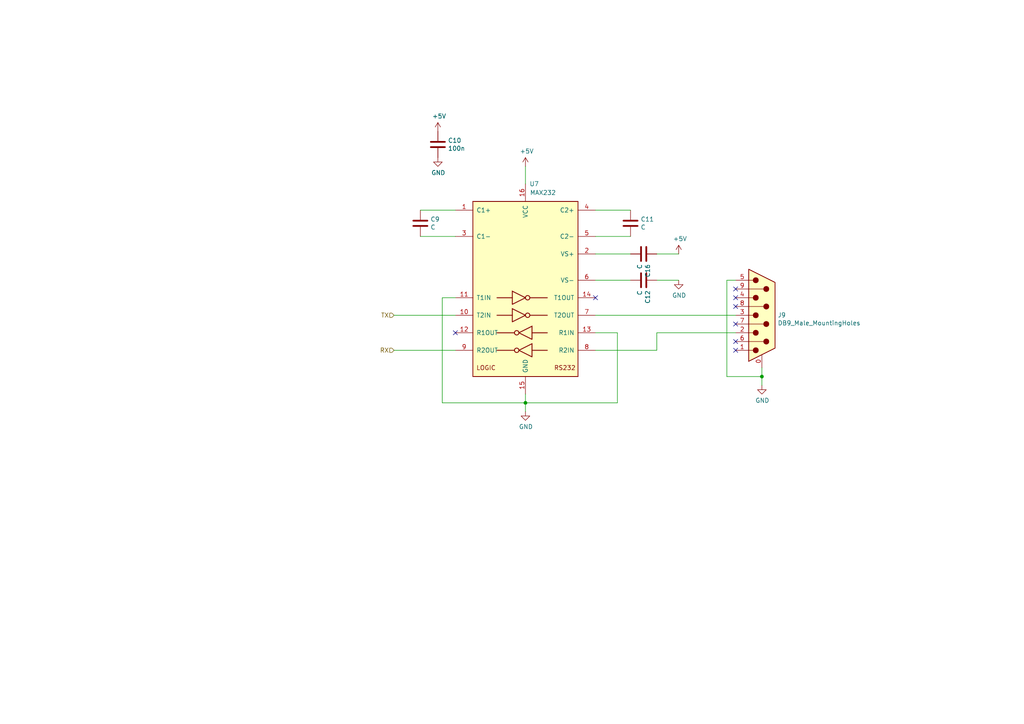
<source format=kicad_sch>
(kicad_sch (version 20211123) (generator eeschema)
  (paper "A4")
  (lib_symbols
    (symbol "Connector:DB9_Male_MountingHoles" (pin_names (offset 1.016) hide)
      (property "Reference" "J" (at 0 16.51 0))
      (property "Value" "DB9_Male_MountingHoles" (at 0 14.605 0))
      (symbol "DB9_Male_MountingHoles_0_1"
        (circle (center -1.778 -10.16) (radius 0.762) (fill (type outline)))
        (circle (center -1.778 -5.08) (radius 0.762) (fill (type outline)))
        (circle (center -1.778 0) (radius 0.762) (fill (type outline)))
        (circle (center -1.778 5.08) (radius 0.762) (fill (type outline)))
        (circle (center -1.778 10.16) (radius 0.762) (fill (type outline)))
        (polyline (pts (xy -3.81 -10.16) (xy -2.54 -10.16)))
        (polyline (pts (xy -3.81 -7.62) (xy 0.508 -7.62)))
        (polyline (pts (xy -3.81 -5.08) (xy -2.54 -5.08)))
        (polyline (pts (xy -3.81 -2.54) (xy 0.508 -2.54)))
        (polyline (pts (xy -3.81 0) (xy -2.54 0)))
        (polyline (pts (xy -3.81 2.54) (xy 0.508 2.54)))
        (polyline (pts (xy -3.81 5.08) (xy -2.54 5.08)))
        (polyline (pts (xy -3.81 7.62) (xy 0.508 7.62)))
        (polyline (pts (xy -3.81 10.16) (xy -2.54 10.16)))
        (polyline (pts (xy -3.81 -13.335) (xy -3.81 13.335) (xy 3.81 9.525) (xy 3.81 -9.525) (xy -3.81 -13.335)) (stroke (width 0.254)) (fill (type background)))
        (circle (center 1.27 -7.62) (radius 0.762) (fill (type outline)))
        (circle (center 1.27 -2.54) (radius 0.762) (fill (type outline)))
        (circle (center 1.27 2.54) (radius 0.762) (fill (type outline)))
        (circle (center 1.27 7.62) (radius 0.762) (fill (type outline)))
      )
      (symbol "DB9_Male_MountingHoles_1_1"
        (pin passive line (at 0 -15.24 90) (length 3.81) (name "PAD") (number "0"))
        (pin passive line (at -7.62 -10.16 0) (length 3.81) (name "1") (number "1"))
        (pin passive line (at -7.62 -5.08 0) (length 3.81) (name "2") (number "2"))
        (pin passive line (at -7.62 0 0) (length 3.81) (name "3") (number "3"))
        (pin passive line (at -7.62 5.08 0) (length 3.81) (name "4") (number "4"))
        (pin passive line (at -7.62 10.16 0) (length 3.81) (name "5") (number "5"))
        (pin passive line (at -7.62 -7.62 0) (length 3.81) (name "6") (number "6"))
        (pin passive line (at -7.62 -2.54 0) (length 3.81) (name "7") (number "7"))
        (pin passive line (at -7.62 2.54 0) (length 3.81) (name "8") (number "8"))
        (pin passive line (at -7.62 7.62 0) (length 3.81) (name "9") (number "9"))
      )
    )
    (symbol "Device:C" (pin_numbers hide) (pin_names (offset 0.254))
      (property "Reference" "C" (at 0.635 2.54 0))
      (property "Value" "C" (at 0.635 -2.54 0))
      (symbol "C_0_1"
        (polyline (pts (xy -2.032 -0.762) (xy 2.032 -0.762)) (stroke (width 0.508)))
        (polyline (pts (xy -2.032 0.762) (xy 2.032 0.762)) (stroke (width 0.508)))
      )
      (symbol "C_1_1"
        (pin passive line (at 0 3.81 270) (length 2.794) (name "~") (number "1"))
        (pin passive line (at 0 -3.81 90) (length 2.794) (name "~") (number "2"))
      )
    )
    (symbol "Interface_UART:MAX232" (pin_names (offset 1.016))
      (property "Reference" "U" (at -2.54 28.575 0))
      (property "Value" "MAX232" (at -2.54 26.67 0))
      (symbol "MAX232_0_0"
        (text "LOGIC" (at -11.43 -22.86 0) (effects (font (size 1.27 1.27))))
        (text "RS232" (at 11.43 -22.86 0) (effects (font (size 1.27 1.27))))
      )
      (symbol "MAX232_0_1"
        (rectangle (start -15.24 -25.4) (end 15.24 25.4) (stroke (width 0.254)) (fill (type background)))
        (circle (center -2.54 -17.78) (radius 0.635) (stroke (width 0.254)))
        (circle (center -2.54 -12.7) (radius 0.635) (stroke (width 0.254)))
        (polyline (pts (xy -3.81 -7.62) (xy -8.255 -7.62)) (stroke (width 0.254)))
        (polyline (pts (xy -3.81 -2.54) (xy -8.255 -2.54)) (stroke (width 0.254)))
        (polyline (pts (xy -3.175 -17.78) (xy -8.255 -17.78)) (stroke (width 0.254)))
        (polyline (pts (xy -3.175 -12.7) (xy -8.255 -12.7)) (stroke (width 0.254)))
        (polyline (pts (xy 1.27 -7.62) (xy 6.35 -7.62)) (stroke (width 0.254)))
        (polyline (pts (xy 1.27 -2.54) (xy 6.35 -2.54)) (stroke (width 0.254)))
        (polyline (pts (xy 1.905 -17.78) (xy 6.35 -17.78)) (stroke (width 0.254)))
        (polyline (pts (xy 1.905 -12.7) (xy 6.35 -12.7)) (stroke (width 0.254)))
        (polyline (pts (xy -3.81 -5.715) (xy -3.81 -9.525) (xy 0 -7.62) (xy -3.81 -5.715)) (stroke (width 0.254)))
        (polyline (pts (xy -3.81 -0.635) (xy -3.81 -4.445) (xy 0 -2.54) (xy -3.81 -0.635)) (stroke (width 0.254)))
        (polyline (pts (xy 1.905 -15.875) (xy 1.905 -19.685) (xy -1.905 -17.78) (xy 1.905 -15.875)) (stroke (width 0.254)))
        (polyline (pts (xy 1.905 -10.795) (xy 1.905 -14.605) (xy -1.905 -12.7) (xy 1.905 -10.795)) (stroke (width 0.254)))
        (circle (center 0.635 -7.62) (radius 0.635) (stroke (width 0.254)))
        (circle (center 0.635 -2.54) (radius 0.635) (stroke (width 0.254)))
      )
      (symbol "MAX232_1_1"
        (pin passive line (at -20.32 22.86 0) (length 5.08) (name "C1+") (number "1"))
        (pin input line (at -20.32 -7.62 0) (length 5.08) (name "T2IN") (number "10"))
        (pin input line (at -20.32 -2.54 0) (length 5.08) (name "T1IN") (number "11"))
        (pin output line (at -20.32 -12.7 0) (length 5.08) (name "R1OUT") (number "12"))
        (pin input line (at 20.32 -12.7 180) (length 5.08) (name "R1IN") (number "13"))
        (pin output line (at 20.32 -2.54 180) (length 5.08) (name "T1OUT") (number "14"))
        (pin power_in line (at 0 -30.48 90) (length 5.08) (name "GND") (number "15"))
        (pin power_in line (at 0 30.48 270) (length 5.08) (name "VCC") (number "16"))
        (pin power_out line (at 20.32 10.16 180) (length 5.08) (name "VS+") (number "2"))
        (pin passive line (at -20.32 15.24 0) (length 5.08) (name "C1-") (number "3"))
        (pin passive line (at 20.32 22.86 180) (length 5.08) (name "C2+") (number "4"))
        (pin passive line (at 20.32 15.24 180) (length 5.08) (name "C2-") (number "5"))
        (pin power_out line (at 20.32 2.54 180) (length 5.08) (name "VS-") (number "6"))
        (pin output line (at 20.32 -7.62 180) (length 5.08) (name "T2OUT") (number "7"))
        (pin input line (at 20.32 -17.78 180) (length 5.08) (name "R2IN") (number "8"))
        (pin output line (at -20.32 -17.78 0) (length 5.08) (name "R2OUT") (number "9"))
      )
    )
    (symbol "power:+5V" (power) (pin_names (offset 0))
      (property "Value" "+5V" (at 0 3.556 0))
      (symbol "+5V_0_1"
        (polyline (pts (xy -0.762 1.27) (xy 0 2.54)))
        (polyline (pts (xy 0 0) (xy 0 2.54)))
        (polyline (pts (xy 0 2.54) (xy 0.762 1.27)))
      )
      (symbol "+5V_1_1"
        (pin power_in line (at 0 0 90) (length 0) hide (name "+5V") (number "1"))
      )
    )
    (symbol "power:GND" (power) (pin_names (offset 0))
      (property "Value" "GND" (at 0 -3.81 0))
      (symbol "GND_0_1"
        (polyline (pts (xy 0 0) (xy 0 -1.27) (xy 1.27 -1.27) (xy 0 -2.54) (xy -1.27 -1.27) (xy 0 -1.27)))
      )
      (symbol "GND_1_1"
        (pin power_in line (at 0 0 270) (length 0) hide (name "GND") (number "1"))
      )
    )
  )
  (junction (at 152.4 116.84))
  (junction (at 220.98 109.22))
  (no_connect (at 213.36 83.82))
  (no_connect (at 213.36 86.36))
  (no_connect (at 213.36 99.06))
  (no_connect (at 213.36 101.6))
  (no_connect (at 213.36 93.98))
  (no_connect (at 132.08 96.52))
  (no_connect (at 213.36 88.9))
  (no_connect (at 172.72 86.36))
  (wire (pts (xy 213.36 81.28) (xy 210.82 81.28)))
  (wire (pts (xy 179.07 96.52) (xy 172.72 96.52)))
  (wire (pts (xy 114.3 101.6) (xy 132.08 101.6)))
  (wire (pts (xy 190.5 96.52) (xy 213.36 96.52)))
  (wire (pts (xy 172.72 91.44) (xy 213.36 91.44)))
  (wire (pts (xy 152.4 116.84) (xy 152.4 114.3)))
  (wire (pts (xy 210.82 109.22) (xy 220.98 109.22)))
  (wire (pts (xy 128.27 86.36) (xy 132.08 86.36)))
  (wire (pts (xy 132.08 68.58) (xy 121.92 68.58)))
  (wire (pts (xy 152.4 116.84) (xy 179.07 116.84)))
  (wire (pts (xy 121.92 60.96) (xy 132.08 60.96)))
  (wire (pts (xy 190.5 96.52) (xy 190.5 101.6)))
  (wire (pts (xy 172.72 60.96) (xy 182.88 60.96)))
  (wire (pts (xy 172.72 81.28) (xy 182.88 81.28)))
  (wire (pts (xy 152.4 116.84) (xy 128.27 116.84)))
  (wire (pts (xy 182.88 68.58) (xy 172.72 68.58)))
  (wire (pts (xy 152.4 119.38) (xy 152.4 116.84)))
  (wire (pts (xy 220.98 106.68) (xy 220.98 109.22)))
  (wire (pts (xy 196.85 81.28) (xy 190.5 81.28)))
  (wire (pts (xy 190.5 101.6) (xy 172.72 101.6)))
  (wire (pts (xy 190.5 73.66) (xy 196.85 73.66)))
  (wire (pts (xy 128.27 86.36) (xy 128.27 116.84)))
  (wire (pts (xy 220.98 109.22) (xy 220.98 111.76)))
  (wire (pts (xy 152.4 53.34) (xy 152.4 48.26)))
  (wire (pts (xy 210.82 81.28) (xy 210.82 109.22)))
  (wire (pts (xy 172.72 73.66) (xy 182.88 73.66)))
  (wire (pts (xy 179.07 116.84) (xy 179.07 96.52)))
  (wire (pts (xy 114.3 91.44) (xy 132.08 91.44)))
  (hierarchical_label "TX" (shape input) (at 114.3 91.44 180))
  (hierarchical_label "RX" (shape input) (at 114.3 101.6 180))
  (symbol (lib_id "power:GND") (at 196.85 81.28 0) (unit 1)
    (property "Reference" "#PWR0158" (effects hide))
    (property "Value" "GND" (at 196.977 85.6742 0))
  )
  (symbol (lib_id "power:+5V") (at 196.85 73.66 0) (unit 1)
    (property "Reference" "#PWR0159" (effects hide))
    (property "Value" "+5V" (at 197.231 69.2658 0))
  )
  (symbol (lib_id "Device:C") (at 186.69 73.66 270) (unit 1)
    (property "Reference" "C16" (at 187.8584 76.581 0) (effects (justify left)))
    (property "Value" "C" (at 185.547 76.581 0) (effects (justify left)))
    (property "Footprint" "Capacitor_THT:C_Disc_D4.3mm_W1.9mm_P5.00mm" (effects hide))
  )
  (symbol (lib_id "Interface_UART:MAX232") (at 152.4 83.82 0) (unit 1)
    (property "Reference" "U7" (at 154.94 53.34 0))
    (property "Value" "MAX232" (at 157.48 55.88 0))
    (property "Footprint" "Package_DIP:DIP-16_W7.62mm_Socket" (effects hide))
    (property "Datasheet" "http://www.ti.com/lit/ds/symlink/max232.pdf" (effects hide))
  )
  (symbol (lib_id "Connector:DB9_Male_MountingHoles") (at 220.98 91.44 0) (unit 1)
    (property "Reference" "J9" (at 225.552 91.3892 0) (effects (justify left)))
    (property "Value" "DB9_Male_MountingHoles" (at 225.552 93.7006 0) (effects (justify left)))
    (property "Footprint" "Connector_Dsub:DSUB-9_Male_Horizontal_P2.77x2.84mm_EdgePinOffset9.90mm_Housed_MountingHolesOffset11.32mm" (effects hide))
    (property "Datasheet" " ~" (effects hide))
  )
  (symbol (lib_id "power:GND") (at 152.4 119.38 0) (unit 1)
    (property "Reference" "#PWR0147" (effects hide))
    (property "Value" "GND" (at 152.527 123.7742 0))
  )
  (symbol (lib_id "Device:C") (at 121.92 64.77 0) (unit 1)
    (property "Reference" "C9" (at 124.841 63.6016 0) (effects (justify left)))
    (property "Value" "C" (at 124.841 65.913 0) (effects (justify left)))
    (property "Footprint" "Capacitor_THT:C_Disc_D4.3mm_W1.9mm_P5.00mm" (effects hide))
  )
  (symbol (lib_id "Device:C") (at 182.88 64.77 0) (unit 1)
    (property "Reference" "C11" (at 185.801 63.6016 0) (effects (justify left)))
    (property "Value" "C" (at 185.801 65.913 0) (effects (justify left)))
    (property "Footprint" "Capacitor_THT:C_Disc_D4.3mm_W1.9mm_P5.00mm" (effects hide))
  )
  (symbol (lib_id "power:+5V") (at 152.4 48.26 0) (unit 1)
    (property "Reference" "#PWR0148" (effects hide))
    (property "Value" "+5V" (at 152.781 43.8658 0))
  )
  (symbol (lib_id "Device:C") (at 186.69 81.28 270) (unit 1)
    (property "Reference" "C12" (at 187.8584 84.201 0) (effects (justify left)))
    (property "Value" "C" (at 185.547 84.201 0) (effects (justify left)))
    (property "Footprint" "Capacitor_THT:C_Disc_D4.3mm_W1.9mm_P5.00mm" (effects hide))
  )
  (symbol (lib_id "power:GND") (at 220.98 111.76 0) (unit 1)
    (property "Reference" "#PWR0149" (effects hide))
    (property "Value" "GND" (at 221.107 116.1542 0))
  )
  (symbol (lib_id "power:GND") (at 127 45.72 0) (unit 1)
    (property "Reference" "#PWR0150" (effects hide))
    (property "Value" "GND" (at 127.127 50.1142 0))
  )
  (symbol (lib_id "Device:C") (at 127 41.91 0) (unit 1)
    (property "Reference" "C10" (at 129.921 40.7416 0) (effects (justify left)))
    (property "Value" "100n" (at 129.921 43.053 0) (effects (justify left)))
    (property "Footprint" "Capacitor_THT:C_Disc_D4.3mm_W1.9mm_P5.00mm" (effects hide))
  )
  (symbol (lib_id "power:+5V") (at 127 38.1 0) (unit 1)
    (property "Reference" "#PWR0151" (effects hide))
    (property "Value" "+5V" (at 127.381 33.7058 0))
  )
)
</source>
